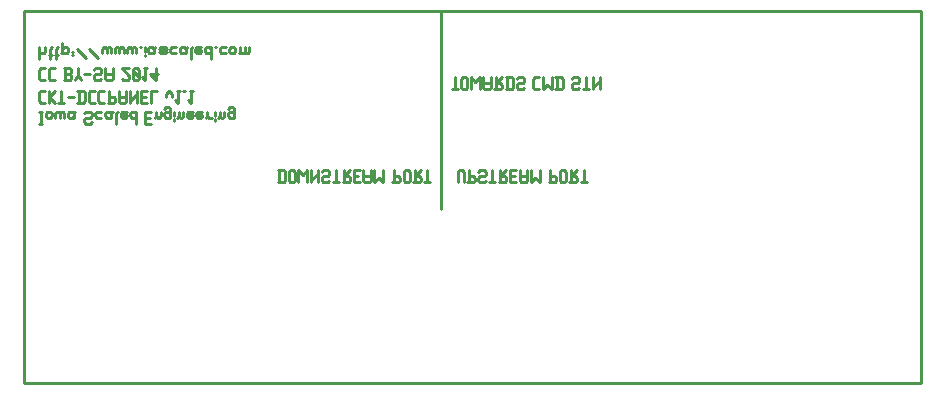
<source format=gbr>
G04 start of page 9 for group -4078 idx -4078 *
G04 Title: (unknown), bottomsilk *
G04 Creator: pcb 20110918 *
G04 CreationDate: Wed 29 Oct 2014 07:27:39 PM GMT UTC *
G04 For: ndholmes *
G04 Format: Gerber/RS-274X *
G04 PCB-Dimensions: 300000 125000 *
G04 PCB-Coordinate-Origin: lower left *
%MOIN*%
%FSLAX25Y25*%
%LNBOTTOMSILK*%
%ADD87C,0.0100*%
G54D87*X500Y500D02*X299500D01*
Y124500D01*
X500D01*
Y500D01*
X139500Y58500D02*Y124500D01*
X145000Y67500D02*Y71000D01*
X145500Y71500D01*
X146500D01*
X147000Y71000D01*
Y67500D02*Y71000D01*
X148700Y67500D02*Y71500D01*
X148200Y67500D02*X150200D01*
X150700Y68000D01*
Y69000D01*
X150200Y69500D02*X150700Y69000D01*
X148700Y69500D02*X150200D01*
X153900Y67500D02*X154400Y68000D01*
X152400Y67500D02*X153900D01*
X151900Y68000D02*X152400Y67500D01*
X151900Y68000D02*Y69000D01*
X152400Y69500D01*
X153900D01*
X154400Y70000D01*
Y71000D01*
X153900Y71500D02*X154400Y71000D01*
X152400Y71500D02*X153900D01*
X151900Y71000D02*X152400Y71500D01*
X155600Y67500D02*X157600D01*
X156600D02*Y71500D01*
X158800Y67500D02*X160800D01*
X161300Y68000D01*
Y69000D01*
X160800Y69500D02*X161300Y69000D01*
X159300Y69500D02*X160800D01*
X159300Y67500D02*Y71500D01*
Y69500D02*X161300Y71500D01*
X162500Y69500D02*X164000D01*
X162500Y71500D02*X164500D01*
X162500Y67500D02*Y71500D01*
Y67500D02*X164500D01*
X165700Y68000D02*Y71500D01*
Y68000D02*X166200Y67500D01*
X167700D01*
X168200Y68000D01*
Y71500D01*
X165700Y69500D02*X168200D01*
X169400Y67500D02*Y71500D01*
Y67500D02*X170900Y69000D01*
X172400Y67500D01*
Y71500D01*
X175900Y67500D02*Y71500D01*
X175400Y67500D02*X177400D01*
X177900Y68000D01*
Y69000D01*
X177400Y69500D02*X177900Y69000D01*
X175900Y69500D02*X177400D01*
X179100Y68000D02*Y71000D01*
Y68000D02*X179600Y67500D01*
X180600D01*
X181100Y68000D01*
Y71000D01*
X180600Y71500D02*X181100Y71000D01*
X179600Y71500D02*X180600D01*
X179100Y71000D02*X179600Y71500D01*
X182300Y67500D02*X184300D01*
X184800Y68000D01*
Y69000D01*
X184300Y69500D02*X184800Y69000D01*
X182800Y69500D02*X184300D01*
X182800Y67500D02*Y71500D01*
Y69500D02*X184800Y71500D01*
X186000Y67500D02*X188000D01*
X187000D02*Y71500D01*
X143000Y98500D02*X145000D01*
X144000D02*Y102500D01*
X146200Y99000D02*Y102000D01*
Y99000D02*X146700Y98500D01*
X147700D01*
X148200Y99000D01*
Y102000D01*
X147700Y102500D02*X148200Y102000D01*
X146700Y102500D02*X147700D01*
X146200Y102000D02*X146700Y102500D01*
X149400Y98500D02*Y102500D01*
X150900Y101000D01*
X152400Y102500D01*
Y98500D02*Y102500D01*
X153600Y99000D02*Y102500D01*
Y99000D02*X154100Y98500D01*
X155600D01*
X156100Y99000D01*
Y102500D01*
X153600Y100500D02*X156100D01*
X157300Y98500D02*X159300D01*
X159800Y99000D01*
Y100000D01*
X159300Y100500D02*X159800Y100000D01*
X157800Y100500D02*X159300D01*
X157800Y98500D02*Y102500D01*
Y100500D02*X159800Y102500D01*
X161500Y98500D02*Y102500D01*
X163000Y98500D02*X163500Y99000D01*
Y102000D01*
X163000Y102500D02*X163500Y102000D01*
X161000Y102500D02*X163000D01*
X161000Y98500D02*X163000D01*
X166700D02*X167200Y99000D01*
X165200Y98500D02*X166700D01*
X164700Y99000D02*X165200Y98500D01*
X164700Y99000D02*Y100000D01*
X165200Y100500D01*
X166700D01*
X167200Y101000D01*
Y102000D01*
X166700Y102500D02*X167200Y102000D01*
X165200Y102500D02*X166700D01*
X164700Y102000D02*X165200Y102500D01*
X170700D02*X172200D01*
X170200Y102000D02*X170700Y102500D01*
X170200Y99000D02*Y102000D01*
Y99000D02*X170700Y98500D01*
X172200D01*
X173400D02*Y102500D01*
Y98500D02*X174900Y100000D01*
X176400Y98500D01*
Y102500D01*
X178100Y98500D02*Y102500D01*
X179600Y98500D02*X180100Y99000D01*
Y102000D01*
X179600Y102500D02*X180100Y102000D01*
X177600Y102500D02*X179600D01*
X177600Y98500D02*X179600D01*
X185100D02*X185600Y99000D01*
X183600Y98500D02*X185100D01*
X183100Y99000D02*X183600Y98500D01*
X183100Y99000D02*Y100000D01*
X183600Y100500D01*
X185100D01*
X185600Y101000D01*
Y102000D01*
X185100Y102500D02*X185600Y102000D01*
X183600Y102500D02*X185100D01*
X183100Y102000D02*X183600Y102500D01*
X186800Y98500D02*X188800D01*
X187800D02*Y102500D01*
X190000Y98500D02*Y102500D01*
Y98500D02*Y99000D01*
X192500Y101500D01*
Y98500D02*Y102500D01*
X85500Y67500D02*Y71500D01*
X87000Y67500D02*X87500Y68000D01*
Y71000D01*
X87000Y71500D02*X87500Y71000D01*
X85000Y71500D02*X87000D01*
X85000Y67500D02*X87000D01*
X88700Y68000D02*Y71000D01*
Y68000D02*X89200Y67500D01*
X90200D01*
X90700Y68000D01*
Y71000D01*
X90200Y71500D02*X90700Y71000D01*
X89200Y71500D02*X90200D01*
X88700Y71000D02*X89200Y71500D01*
X91900Y67500D02*Y71500D01*
X93400Y70000D01*
X94900Y71500D01*
Y67500D02*Y71500D01*
X96100Y67500D02*Y71500D01*
Y67500D02*Y68000D01*
X98600Y70500D01*
Y67500D02*Y71500D01*
X101800Y67500D02*X102300Y68000D01*
X100300Y67500D02*X101800D01*
X99800Y68000D02*X100300Y67500D01*
X99800Y68000D02*Y69000D01*
X100300Y69500D01*
X101800D01*
X102300Y70000D01*
Y71000D01*
X101800Y71500D02*X102300Y71000D01*
X100300Y71500D02*X101800D01*
X99800Y71000D02*X100300Y71500D01*
X103500Y67500D02*X105500D01*
X104500D02*Y71500D01*
X106700Y67500D02*X108700D01*
X109200Y68000D01*
Y69000D01*
X108700Y69500D02*X109200Y69000D01*
X107200Y69500D02*X108700D01*
X107200Y67500D02*Y71500D01*
Y69500D02*X109200Y71500D01*
X110400Y69500D02*X111900D01*
X110400Y71500D02*X112400D01*
X110400Y67500D02*Y71500D01*
Y67500D02*X112400D01*
X113600Y68000D02*Y71500D01*
Y68000D02*X114100Y67500D01*
X115600D01*
X116100Y68000D01*
Y71500D01*
X113600Y69500D02*X116100D01*
X117300Y67500D02*Y71500D01*
Y67500D02*X118800Y69000D01*
X120300Y67500D01*
Y71500D01*
X123800Y67500D02*Y71500D01*
X123300Y67500D02*X125300D01*
X125800Y68000D01*
Y69000D01*
X125300Y69500D02*X125800Y69000D01*
X123800Y69500D02*X125300D01*
X127000Y68000D02*Y71000D01*
Y68000D02*X127500Y67500D01*
X128500D01*
X129000Y68000D01*
Y71000D01*
X128500Y71500D02*X129000Y71000D01*
X127500Y71500D02*X128500D01*
X127000Y71000D02*X127500Y71500D01*
X130200Y67500D02*X132200D01*
X132700Y68000D01*
Y69000D01*
X132200Y69500D02*X132700Y69000D01*
X130700Y69500D02*X132200D01*
X130700Y67500D02*Y71500D01*
Y69500D02*X132700Y71500D01*
X133900Y67500D02*X135900D01*
X134900D02*Y71500D01*
X5500Y108500D02*Y112500D01*
Y111000D02*X6000Y110500D01*
X7000D01*
X7500Y111000D01*
Y112500D01*
X9200Y108500D02*Y112000D01*
X9700Y112500D01*
X8700Y110000D02*X9700D01*
X11200Y108500D02*Y112000D01*
X11700Y112500D01*
X10700Y110000D02*X11700D01*
X13200Y111000D02*Y114000D01*
X12700Y110500D02*X13200Y111000D01*
X13700Y110500D01*
X14700D01*
X15200Y111000D01*
Y112000D01*
X14700Y112500D02*X15200Y112000D01*
X13700Y112500D02*X14700D01*
X13200Y112000D02*X13700Y112500D01*
X16400Y110000D02*X16900D01*
X16400Y111000D02*X16900D01*
X18100Y112000D02*X21100Y109000D01*
X22300Y112000D02*X25300Y109000D01*
X26500Y110500D02*Y112000D01*
X27000Y112500D01*
X27500D01*
X28000Y112000D01*
Y110500D02*Y112000D01*
X28500Y112500D01*
X29000D01*
X29500Y112000D01*
Y110500D02*Y112000D01*
X30700Y110500D02*Y112000D01*
X31200Y112500D01*
X31700D01*
X32200Y112000D01*
Y110500D02*Y112000D01*
X32700Y112500D01*
X33200D01*
X33700Y112000D01*
Y110500D02*Y112000D01*
X34900Y110500D02*Y112000D01*
X35400Y112500D01*
X35900D01*
X36400Y112000D01*
Y110500D02*Y112000D01*
X36900Y112500D01*
X37400D01*
X37900Y112000D01*
Y110500D02*Y112000D01*
X39100Y112500D02*X39600D01*
X40800Y109500D02*Y110000D01*
Y111000D02*Y112500D01*
X43300Y110500D02*X43800Y111000D01*
X42300Y110500D02*X43300D01*
X41800Y111000D02*X42300Y110500D01*
X41800Y111000D02*Y112000D01*
X42300Y112500D01*
X43800Y110500D02*Y112000D01*
X44300Y112500D01*
X42300D02*X43300D01*
X43800Y112000D01*
X46000Y112500D02*X47500D01*
X48000Y112000D01*
X47500Y111500D02*X48000Y112000D01*
X46000Y111500D02*X47500D01*
X45500Y111000D02*X46000Y111500D01*
X45500Y111000D02*X46000Y110500D01*
X47500D01*
X48000Y111000D01*
X45500Y112000D02*X46000Y112500D01*
X49700Y110500D02*X51200D01*
X49200Y111000D02*X49700Y110500D01*
X49200Y111000D02*Y112000D01*
X49700Y112500D01*
X51200D01*
X53900Y110500D02*X54400Y111000D01*
X52900Y110500D02*X53900D01*
X52400Y111000D02*X52900Y110500D01*
X52400Y111000D02*Y112000D01*
X52900Y112500D01*
X54400Y110500D02*Y112000D01*
X54900Y112500D01*
X52900D02*X53900D01*
X54400Y112000D01*
X56100Y108500D02*Y112000D01*
X56600Y112500D01*
X58100D02*X59600D01*
X57600Y112000D02*X58100Y112500D01*
X57600Y111000D02*Y112000D01*
Y111000D02*X58100Y110500D01*
X59100D01*
X59600Y111000D01*
X57600Y111500D02*X59600D01*
Y111000D02*Y111500D01*
X62800Y108500D02*Y112500D01*
X62300D02*X62800Y112000D01*
X61300Y112500D02*X62300D01*
X60800Y112000D02*X61300Y112500D01*
X60800Y111000D02*Y112000D01*
Y111000D02*X61300Y110500D01*
X62300D01*
X62800Y111000D01*
X64000Y112500D02*X64500D01*
X66200Y110500D02*X67700D01*
X65700Y111000D02*X66200Y110500D01*
X65700Y111000D02*Y112000D01*
X66200Y112500D01*
X67700D01*
X68900Y111000D02*Y112000D01*
Y111000D02*X69400Y110500D01*
X70400D01*
X70900Y111000D01*
Y112000D01*
X70400Y112500D02*X70900Y112000D01*
X69400Y112500D02*X70400D01*
X68900Y112000D02*X69400Y112500D01*
X72600Y111000D02*Y112500D01*
Y111000D02*X73100Y110500D01*
X73600D01*
X74100Y111000D01*
Y112500D01*
Y111000D02*X74600Y110500D01*
X75100D01*
X75600Y111000D01*
Y112500D01*
X72100Y110500D02*X72600Y111000D01*
X5500Y87000D02*X6500D01*
X6000D02*Y91000D01*
X5500D02*X6500D01*
X7700Y89500D02*Y90500D01*
Y89500D02*X8200Y89000D01*
X9200D01*
X9700Y89500D01*
Y90500D01*
X9200Y91000D02*X9700Y90500D01*
X8200Y91000D02*X9200D01*
X7700Y90500D02*X8200Y91000D01*
X10900Y89000D02*Y90500D01*
X11400Y91000D01*
X11900D01*
X12400Y90500D01*
Y89000D02*Y90500D01*
X12900Y91000D01*
X13400D01*
X13900Y90500D01*
Y89000D02*Y90500D01*
X16600Y89000D02*X17100Y89500D01*
X15600Y89000D02*X16600D01*
X15100Y89500D02*X15600Y89000D01*
X15100Y89500D02*Y90500D01*
X15600Y91000D01*
X17100Y89000D02*Y90500D01*
X17600Y91000D01*
X15600D02*X16600D01*
X17100Y90500D01*
X22600Y87000D02*X23100Y87500D01*
X21100Y87000D02*X22600D01*
X20600Y87500D02*X21100Y87000D01*
X20600Y87500D02*Y88500D01*
X21100Y89000D01*
X22600D01*
X23100Y89500D01*
Y90500D01*
X22600Y91000D02*X23100Y90500D01*
X21100Y91000D02*X22600D01*
X20600Y90500D02*X21100Y91000D01*
X24800Y89000D02*X26300D01*
X24300Y89500D02*X24800Y89000D01*
X24300Y89500D02*Y90500D01*
X24800Y91000D01*
X26300D01*
X29000Y89000D02*X29500Y89500D01*
X28000Y89000D02*X29000D01*
X27500Y89500D02*X28000Y89000D01*
X27500Y89500D02*Y90500D01*
X28000Y91000D01*
X29500Y89000D02*Y90500D01*
X30000Y91000D01*
X28000D02*X29000D01*
X29500Y90500D01*
X31200Y87000D02*Y90500D01*
X31700Y91000D01*
X33200D02*X34700D01*
X32700Y90500D02*X33200Y91000D01*
X32700Y89500D02*Y90500D01*
Y89500D02*X33200Y89000D01*
X34200D01*
X34700Y89500D01*
X32700Y90000D02*X34700D01*
Y89500D02*Y90000D01*
X37900Y87000D02*Y91000D01*
X37400D02*X37900Y90500D01*
X36400Y91000D02*X37400D01*
X35900Y90500D02*X36400Y91000D01*
X35900Y89500D02*Y90500D01*
Y89500D02*X36400Y89000D01*
X37400D01*
X37900Y89500D01*
X40900Y89000D02*X42400D01*
X40900Y91000D02*X42900D01*
X40900Y87000D02*Y91000D01*
Y87000D02*X42900D01*
X44600Y89500D02*Y91000D01*
Y89500D02*X45100Y89000D01*
X45600D01*
X46100Y89500D01*
Y91000D01*
X44100Y89000D02*X44600Y89500D01*
X48800Y89000D02*X49300Y89500D01*
X47800Y89000D02*X48800D01*
X47300Y89500D02*X47800Y89000D01*
X47300Y89500D02*Y90500D01*
X47800Y91000D01*
X48800D01*
X49300Y90500D01*
X47300Y92000D02*X47800Y92500D01*
X48800D01*
X49300Y92000D01*
Y89000D02*Y92000D01*
X50500Y88000D02*Y88500D01*
Y89500D02*Y91000D01*
X52000Y89500D02*Y91000D01*
Y89500D02*X52500Y89000D01*
X53000D01*
X53500Y89500D01*
Y91000D01*
X51500Y89000D02*X52000Y89500D01*
X55200Y91000D02*X56700D01*
X54700Y90500D02*X55200Y91000D01*
X54700Y89500D02*Y90500D01*
Y89500D02*X55200Y89000D01*
X56200D01*
X56700Y89500D01*
X54700Y90000D02*X56700D01*
Y89500D02*Y90000D01*
X58400Y91000D02*X59900D01*
X57900Y90500D02*X58400Y91000D01*
X57900Y89500D02*Y90500D01*
Y89500D02*X58400Y89000D01*
X59400D01*
X59900Y89500D01*
X57900Y90000D02*X59900D01*
Y89500D02*Y90000D01*
X61600Y89500D02*Y91000D01*
Y89500D02*X62100Y89000D01*
X63100D01*
X61100D02*X61600Y89500D01*
X64300Y88000D02*Y88500D01*
Y89500D02*Y91000D01*
X65800Y89500D02*Y91000D01*
Y89500D02*X66300Y89000D01*
X66800D01*
X67300Y89500D01*
Y91000D01*
X65300Y89000D02*X65800Y89500D01*
X70000Y89000D02*X70500Y89500D01*
X69000Y89000D02*X70000D01*
X68500Y89500D02*X69000Y89000D01*
X68500Y89500D02*Y90500D01*
X69000Y91000D01*
X70000D01*
X70500Y90500D01*
X68500Y92000D02*X69000Y92500D01*
X70000D01*
X70500Y92000D01*
Y89000D02*Y92000D01*
X6000Y105500D02*X7500D01*
X5500Y105000D02*X6000Y105500D01*
X5500Y102000D02*Y105000D01*
Y102000D02*X6000Y101500D01*
X7500D01*
X9200Y105500D02*X10700D01*
X8700Y105000D02*X9200Y105500D01*
X8700Y102000D02*Y105000D01*
Y102000D02*X9200Y101500D01*
X10700D01*
X13700Y105500D02*X15700D01*
X16200Y105000D01*
Y104000D02*Y105000D01*
X15700Y103500D02*X16200Y104000D01*
X14200Y103500D02*X15700D01*
X14200Y101500D02*Y105500D01*
X13700Y101500D02*X15700D01*
X16200Y102000D01*
Y103000D01*
X15700Y103500D02*X16200Y103000D01*
X17400Y101500D02*Y102000D01*
X18400Y103000D01*
X19400Y102000D01*
Y101500D02*Y102000D01*
X18400Y103000D02*Y105500D01*
X20600Y103500D02*X22600D01*
X25800Y101500D02*X26300Y102000D01*
X24300Y101500D02*X25800D01*
X23800Y102000D02*X24300Y101500D01*
X23800Y102000D02*Y103000D01*
X24300Y103500D01*
X25800D01*
X26300Y104000D01*
Y105000D01*
X25800Y105500D02*X26300Y105000D01*
X24300Y105500D02*X25800D01*
X23800Y105000D02*X24300Y105500D01*
X27500Y102000D02*Y105500D01*
Y102000D02*X28000Y101500D01*
X29500D01*
X30000Y102000D01*
Y105500D01*
X27500Y103500D02*X30000D01*
X33000Y102000D02*X33500Y101500D01*
X35000D01*
X35500Y102000D01*
Y103000D01*
X33000Y105500D02*X35500Y103000D01*
X33000Y105500D02*X35500D01*
X36700Y105000D02*X37200Y105500D01*
X36700Y102000D02*Y105000D01*
Y102000D02*X37200Y101500D01*
X38200D01*
X38700Y102000D01*
Y105000D01*
X38200Y105500D02*X38700Y105000D01*
X37200Y105500D02*X38200D01*
X36700Y104500D02*X38700Y102500D01*
X40400Y105500D02*X41400D01*
X40900Y101500D02*Y105500D01*
X39900Y102500D02*X40900Y101500D01*
X42600Y103500D02*X44600Y101500D01*
X42600Y103500D02*X45100D01*
X44600Y101500D02*Y105500D01*
X6000Y98000D02*X7500D01*
X5500Y97500D02*X6000Y98000D01*
X5500Y94500D02*Y97500D01*
Y94500D02*X6000Y94000D01*
X7500D01*
X8700D02*Y98000D01*
Y96000D02*X10700Y94000D01*
X8700Y96000D02*X10700Y98000D01*
X11900Y94000D02*X13900D01*
X12900D02*Y98000D01*
X15100Y96000D02*X17100D01*
X18800Y94000D02*Y98000D01*
X20300Y94000D02*X20800Y94500D01*
Y97500D01*
X20300Y98000D02*X20800Y97500D01*
X18300Y98000D02*X20300D01*
X18300Y94000D02*X20300D01*
X22500Y98000D02*X24000D01*
X22000Y97500D02*X22500Y98000D01*
X22000Y94500D02*Y97500D01*
Y94500D02*X22500Y94000D01*
X24000D01*
X25700Y98000D02*X27200D01*
X25200Y97500D02*X25700Y98000D01*
X25200Y94500D02*Y97500D01*
Y94500D02*X25700Y94000D01*
X27200D01*
X28900D02*Y98000D01*
X28400Y94000D02*X30400D01*
X30900Y94500D01*
Y95500D01*
X30400Y96000D02*X30900Y95500D01*
X28900Y96000D02*X30400D01*
X32100Y94500D02*Y98000D01*
Y94500D02*X32600Y94000D01*
X34100D01*
X34600Y94500D01*
Y98000D01*
X32100Y96000D02*X34600D01*
X35800Y94000D02*Y98000D01*
Y94000D02*Y94500D01*
X38300Y97000D01*
Y94000D02*Y98000D01*
X39500Y96000D02*X41000D01*
X39500Y98000D02*X41500D01*
X39500Y94000D02*Y98000D01*
Y94000D02*X41500D01*
X42700D02*Y98000D01*
X44700D01*
X47700Y96000D02*Y97000D01*
X48700Y98000D01*
X49700Y97000D01*
Y96000D02*Y97000D01*
X51400Y98000D02*X52400D01*
X51900Y94000D02*Y98000D01*
X50900Y95000D02*X51900Y94000D01*
X53600Y98000D02*X54100D01*
X55800D02*X56800D01*
X56300Y94000D02*Y98000D01*
X55300Y95000D02*X56300Y94000D01*
M02*

</source>
